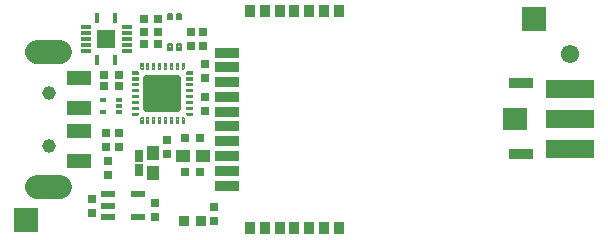
<source format=gts>
G75*
%MOIN*%
%OFA0B0*%
%FSLAX24Y24*%
%IPPOS*%
%LPD*%
%AMOC8*
5,1,8,0,0,1.08239X$1,22.5*
%
%ADD10C,0.0611*%
%ADD11R,0.0600X0.0600*%
%ADD12R,0.0414X0.0453*%
%ADD13C,0.0807*%
%ADD14C,0.0614*%
%ADD15R,0.0807X0.0492*%
%ADD16C,0.0453*%
%ADD17R,0.0256X0.0296*%
%ADD18R,0.0256X0.0256*%
%ADD19R,0.0335X0.0335*%
%ADD20R,0.1620X0.0620*%
%ADD21R,0.0492X0.0237*%
%ADD22R,0.0311X0.0384*%
%ADD23C,0.0414*%
%ADD24R,0.0787X0.0787*%
%ADD25C,0.0197*%
%ADD26C,0.0040*%
%ADD27R,0.0197X0.0138*%
%ADD28R,0.0335X0.0414*%
%ADD29R,0.0807X0.0335*%
%ADD30R,0.0807X0.0729*%
%ADD31C,0.0076*%
%ADD32R,0.0453X0.0414*%
%ADD33R,0.0374X0.0138*%
%ADD34R,0.0138X0.0374*%
D10*
X024713Y011872D03*
D11*
X009269Y012387D03*
D12*
X010829Y008582D03*
X010829Y007912D03*
D13*
X007744Y007463D02*
X006957Y007463D01*
X006957Y011951D02*
X007744Y011951D01*
D14*
X007642Y011951D03*
X007051Y011951D03*
X007051Y007463D03*
X007642Y007463D03*
D15*
X008374Y008329D03*
X008374Y009313D03*
X008374Y010101D03*
X008374Y011085D03*
D16*
X007350Y010593D03*
X007350Y008821D03*
D17*
X009319Y008329D03*
X009319Y007857D03*
D18*
X009269Y008791D03*
X009689Y008791D03*
X009689Y009263D03*
X009269Y009263D03*
X011309Y009023D03*
X011912Y009087D03*
X012385Y009087D03*
X011309Y008551D03*
X011912Y007947D03*
X012385Y007947D03*
X012869Y006803D03*
X012869Y006331D03*
X010889Y006451D03*
X010889Y006923D03*
X008789Y007043D03*
X008789Y006571D03*
X012569Y009991D03*
X012569Y010463D03*
X012557Y011093D03*
X012557Y011565D03*
X012509Y012151D03*
X012089Y012151D03*
X012089Y012623D03*
X012509Y012623D03*
X011005Y012627D03*
X011005Y013047D03*
X010532Y013047D03*
X010532Y012627D03*
X010532Y012207D03*
X011005Y012207D03*
X009685Y011187D03*
X009685Y010827D03*
X009212Y010827D03*
X009212Y011187D03*
D19*
X011853Y006327D03*
X012444Y006327D03*
D20*
X024713Y008707D03*
X024713Y009707D03*
X024713Y010707D03*
D21*
X010343Y007207D03*
X009319Y007207D03*
X009319Y006833D03*
X009319Y006459D03*
X010343Y006459D03*
D22*
X010349Y008011D03*
X010349Y008483D03*
D23*
X006606Y006350D03*
X023535Y013050D03*
D24*
X006606Y006350D03*
X023535Y013050D03*
D25*
X011652Y011102D02*
X011652Y010059D01*
X010608Y010059D01*
X010608Y011102D01*
X011652Y011102D01*
X011652Y011046D02*
X010608Y011046D01*
X010608Y010851D02*
X011652Y010851D01*
X011652Y010655D02*
X010608Y010655D01*
X010608Y010460D02*
X011652Y010460D01*
X011652Y010265D02*
X010608Y010265D01*
X010608Y010069D02*
X011652Y010069D01*
D26*
X011937Y010086D02*
X012134Y010086D01*
X012134Y010049D02*
X012134Y010128D01*
X011937Y010128D01*
X011937Y010049D01*
X012134Y010049D01*
X012134Y010125D02*
X011937Y010125D01*
X011937Y010246D02*
X011937Y010325D01*
X012134Y010325D01*
X012134Y010246D01*
X011937Y010246D01*
X011937Y010279D02*
X012134Y010279D01*
X012134Y010317D02*
X011937Y010317D01*
X011937Y010443D02*
X011937Y010522D01*
X012134Y010522D01*
X012134Y010443D01*
X011937Y010443D01*
X011937Y010471D02*
X012134Y010471D01*
X012134Y010510D02*
X011937Y010510D01*
X011937Y010640D02*
X011937Y010719D01*
X012134Y010719D01*
X012134Y010640D01*
X011937Y010640D01*
X011937Y010664D02*
X012134Y010664D01*
X012134Y010702D02*
X011937Y010702D01*
X011937Y010837D02*
X011937Y010915D01*
X012134Y010915D01*
X012134Y010837D01*
X011937Y010837D01*
X011937Y010856D02*
X012134Y010856D01*
X012134Y010895D02*
X011937Y010895D01*
X011937Y011034D02*
X011937Y011112D01*
X012134Y011112D01*
X012134Y011034D01*
X011937Y011034D01*
X011937Y011049D02*
X012134Y011049D01*
X012134Y011087D02*
X011937Y011087D01*
X011937Y011230D02*
X012134Y011230D01*
X012134Y011309D01*
X011957Y011309D01*
X011937Y011289D01*
X011937Y011230D01*
X011937Y011241D02*
X012134Y011241D01*
X012134Y011280D02*
X011937Y011280D01*
X011839Y011388D02*
X011780Y011388D01*
X011780Y011585D01*
X011858Y011585D01*
X011858Y011408D01*
X011839Y011388D01*
X011846Y011395D02*
X011780Y011395D01*
X011780Y011434D02*
X011858Y011434D01*
X011858Y011472D02*
X011780Y011472D01*
X011780Y011511D02*
X011858Y011511D01*
X011858Y011549D02*
X011780Y011549D01*
X011661Y011549D02*
X011583Y011549D01*
X011583Y011585D02*
X011661Y011585D01*
X011661Y011388D01*
X011583Y011388D01*
X011583Y011585D01*
X011583Y011511D02*
X011661Y011511D01*
X011661Y011472D02*
X011583Y011472D01*
X011583Y011434D02*
X011661Y011434D01*
X011661Y011395D02*
X011583Y011395D01*
X011465Y011395D02*
X011386Y011395D01*
X011386Y011388D02*
X011386Y011585D01*
X011465Y011585D01*
X011465Y011388D01*
X011386Y011388D01*
X011386Y011434D02*
X011465Y011434D01*
X011465Y011472D02*
X011386Y011472D01*
X011386Y011511D02*
X011465Y011511D01*
X011465Y011549D02*
X011386Y011549D01*
X011268Y011549D02*
X011189Y011549D01*
X011189Y011585D02*
X011268Y011585D01*
X011268Y011388D01*
X011189Y011388D01*
X011189Y011585D01*
X011189Y011511D02*
X011268Y011511D01*
X011268Y011472D02*
X011189Y011472D01*
X011189Y011434D02*
X011268Y011434D01*
X011268Y011395D02*
X011189Y011395D01*
X011071Y011395D02*
X010992Y011395D01*
X010992Y011388D02*
X010992Y011585D01*
X011071Y011585D01*
X011071Y011388D01*
X010992Y011388D01*
X010992Y011434D02*
X011071Y011434D01*
X011071Y011472D02*
X010992Y011472D01*
X010992Y011511D02*
X011071Y011511D01*
X011071Y011549D02*
X010992Y011549D01*
X010874Y011549D02*
X010795Y011549D01*
X010795Y011585D02*
X010874Y011585D01*
X010874Y011388D01*
X010795Y011388D01*
X010795Y011585D01*
X010795Y011511D02*
X010874Y011511D01*
X010874Y011472D02*
X010795Y011472D01*
X010795Y011434D02*
X010874Y011434D01*
X010874Y011395D02*
X010795Y011395D01*
X010677Y011395D02*
X010598Y011395D01*
X010598Y011388D02*
X010598Y011585D01*
X010677Y011585D01*
X010677Y011388D01*
X010598Y011388D01*
X010598Y011434D02*
X010677Y011434D01*
X010677Y011472D02*
X010598Y011472D01*
X010598Y011511D02*
X010677Y011511D01*
X010677Y011549D02*
X010598Y011549D01*
X010480Y011549D02*
X010402Y011549D01*
X010402Y011585D02*
X010480Y011585D01*
X010480Y011388D01*
X010421Y011388D01*
X010402Y011408D01*
X010402Y011585D01*
X010402Y011511D02*
X010480Y011511D01*
X010480Y011472D02*
X010402Y011472D01*
X010402Y011434D02*
X010480Y011434D01*
X010480Y011395D02*
X010414Y011395D01*
X010323Y011289D02*
X010323Y011230D01*
X010126Y011230D01*
X010126Y011309D01*
X010303Y011309D01*
X010323Y011289D01*
X010323Y011280D02*
X010126Y011280D01*
X010126Y011241D02*
X010323Y011241D01*
X010323Y011112D02*
X010126Y011112D01*
X010126Y011034D01*
X010323Y011034D01*
X010323Y011112D01*
X010323Y011087D02*
X010126Y011087D01*
X010126Y011049D02*
X010323Y011049D01*
X010323Y010915D02*
X010126Y010915D01*
X010126Y010837D01*
X010323Y010837D01*
X010323Y010915D01*
X010323Y010895D02*
X010126Y010895D01*
X010126Y010856D02*
X010323Y010856D01*
X010323Y010719D02*
X010126Y010719D01*
X010126Y010640D01*
X010323Y010640D01*
X010323Y010719D01*
X010323Y010702D02*
X010126Y010702D01*
X010126Y010664D02*
X010323Y010664D01*
X010323Y010522D02*
X010126Y010522D01*
X010126Y010443D01*
X010323Y010443D01*
X010323Y010522D01*
X010323Y010510D02*
X010126Y010510D01*
X010126Y010471D02*
X010323Y010471D01*
X010323Y010325D02*
X010126Y010325D01*
X010126Y010246D01*
X010323Y010246D01*
X010323Y010325D01*
X010323Y010317D02*
X010126Y010317D01*
X010126Y010279D02*
X010323Y010279D01*
X010323Y010128D02*
X010126Y010128D01*
X010126Y010049D01*
X010323Y010049D01*
X010323Y010128D01*
X010323Y010125D02*
X010126Y010125D01*
X010126Y010086D02*
X010323Y010086D01*
X010323Y009931D02*
X010126Y009931D01*
X010126Y009852D01*
X010303Y009852D01*
X010323Y009872D01*
X010323Y009931D01*
X010323Y009894D02*
X010126Y009894D01*
X010126Y009855D02*
X010306Y009855D01*
X010402Y009754D02*
X010421Y009774D01*
X010480Y009774D01*
X010480Y009577D01*
X010402Y009577D01*
X010402Y009754D01*
X010402Y009740D02*
X010480Y009740D01*
X010480Y009701D02*
X010402Y009701D01*
X010402Y009663D02*
X010480Y009663D01*
X010480Y009624D02*
X010402Y009624D01*
X010402Y009586D02*
X010480Y009586D01*
X010598Y009586D02*
X010677Y009586D01*
X010677Y009577D02*
X010598Y009577D01*
X010598Y009774D01*
X010677Y009774D01*
X010677Y009577D01*
X010677Y009624D02*
X010598Y009624D01*
X010598Y009663D02*
X010677Y009663D01*
X010677Y009701D02*
X010598Y009701D01*
X010598Y009740D02*
X010677Y009740D01*
X010795Y009740D02*
X010874Y009740D01*
X010874Y009774D02*
X010874Y009577D01*
X010795Y009577D01*
X010795Y009774D01*
X010874Y009774D01*
X010874Y009701D02*
X010795Y009701D01*
X010795Y009663D02*
X010874Y009663D01*
X010874Y009624D02*
X010795Y009624D01*
X010795Y009586D02*
X010874Y009586D01*
X010992Y009586D02*
X011071Y009586D01*
X011071Y009577D02*
X010992Y009577D01*
X010992Y009774D01*
X011071Y009774D01*
X011071Y009577D01*
X011071Y009624D02*
X010992Y009624D01*
X010992Y009663D02*
X011071Y009663D01*
X011071Y009701D02*
X010992Y009701D01*
X010992Y009740D02*
X011071Y009740D01*
X011189Y009740D02*
X011268Y009740D01*
X011268Y009774D02*
X011268Y009577D01*
X011189Y009577D01*
X011189Y009774D01*
X011268Y009774D01*
X011268Y009701D02*
X011189Y009701D01*
X011189Y009663D02*
X011268Y009663D01*
X011268Y009624D02*
X011189Y009624D01*
X011189Y009586D02*
X011268Y009586D01*
X011386Y009586D02*
X011465Y009586D01*
X011465Y009577D02*
X011386Y009577D01*
X011386Y009774D01*
X011465Y009774D01*
X011465Y009577D01*
X011465Y009624D02*
X011386Y009624D01*
X011386Y009663D02*
X011465Y009663D01*
X011465Y009701D02*
X011386Y009701D01*
X011386Y009740D02*
X011465Y009740D01*
X011583Y009740D02*
X011661Y009740D01*
X011661Y009774D02*
X011661Y009577D01*
X011583Y009577D01*
X011583Y009774D01*
X011661Y009774D01*
X011661Y009701D02*
X011583Y009701D01*
X011583Y009663D02*
X011661Y009663D01*
X011661Y009624D02*
X011583Y009624D01*
X011583Y009586D02*
X011661Y009586D01*
X011780Y009586D02*
X011858Y009586D01*
X011858Y009577D02*
X011780Y009577D01*
X011780Y009774D01*
X011839Y009774D01*
X011858Y009754D01*
X011858Y009577D01*
X011858Y009624D02*
X011780Y009624D01*
X011780Y009663D02*
X011858Y009663D01*
X011858Y009701D02*
X011780Y009701D01*
X011780Y009740D02*
X011858Y009740D01*
X011957Y009852D02*
X011937Y009872D01*
X011937Y009931D01*
X012134Y009931D01*
X012134Y009852D01*
X011957Y009852D01*
X011954Y009855D02*
X012134Y009855D01*
X012134Y009894D02*
X011937Y009894D01*
D27*
X009699Y009964D03*
X009699Y010161D03*
X009699Y010358D03*
X009171Y010358D03*
X009171Y009964D03*
D28*
X014063Y013309D03*
X014555Y013309D03*
X015047Y013309D03*
X015539Y013309D03*
X016031Y013309D03*
X016524Y013309D03*
X017016Y013309D03*
X017016Y006085D03*
X016524Y006085D03*
X016031Y006085D03*
X015539Y006085D03*
X015047Y006085D03*
X014555Y006085D03*
X014063Y006085D03*
D29*
X013295Y007502D03*
X013295Y007994D03*
X013295Y008487D03*
X013295Y008979D03*
X013295Y009471D03*
X013295Y009963D03*
X013295Y010455D03*
X013295Y010947D03*
X013295Y011439D03*
X013295Y011931D03*
X023098Y010908D03*
X023098Y008546D03*
D30*
X022902Y009707D03*
D31*
X011766Y012025D02*
X011766Y012205D01*
X011766Y012025D02*
X011626Y012025D01*
X011626Y012205D01*
X011766Y012205D01*
X011766Y012100D02*
X011626Y012100D01*
X011626Y012175D02*
X011766Y012175D01*
X011471Y012205D02*
X011471Y012025D01*
X011331Y012025D01*
X011331Y012205D01*
X011471Y012205D01*
X011471Y012100D02*
X011331Y012100D01*
X011331Y012175D02*
X011471Y012175D01*
X011471Y013049D02*
X011471Y013229D01*
X011471Y013049D02*
X011331Y013049D01*
X011331Y013229D01*
X011471Y013229D01*
X011471Y013124D02*
X011331Y013124D01*
X011331Y013199D02*
X011471Y013199D01*
X011766Y013229D02*
X011766Y013049D01*
X011626Y013049D01*
X011626Y013229D01*
X011766Y013229D01*
X011766Y013124D02*
X011626Y013124D01*
X011626Y013199D02*
X011766Y013199D01*
D32*
X011814Y008487D03*
X012483Y008487D03*
D33*
X009958Y011993D03*
X009958Y012190D03*
X009958Y012387D03*
X009958Y012584D03*
X009958Y012781D03*
X008580Y012781D03*
X008580Y012584D03*
X008580Y012387D03*
X008580Y012190D03*
X008580Y011993D03*
D34*
X008973Y011698D03*
X009564Y011698D03*
X009564Y013076D03*
X008973Y013076D03*
M02*

</source>
